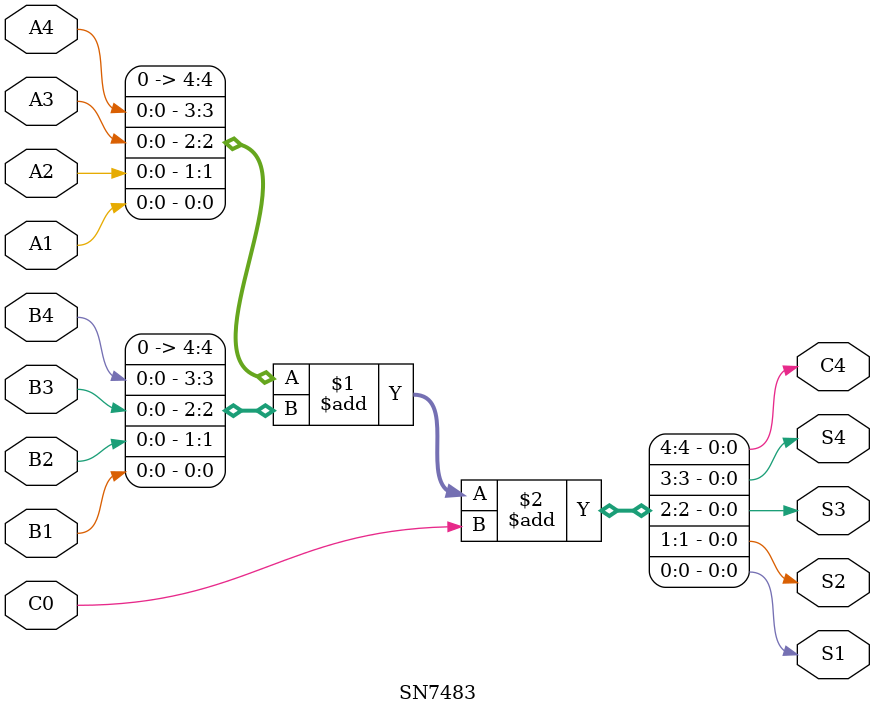
<source format=sv>
/*
 * SN7483 (4-bit binary full adder with fast carry)
 */
module SN7483(
  input   logic   A1, A2, A3, A4, // input A
  input   logic   B1, B2, B3, B4, // input B
  input   logic   C0,             // carry input
  output  logic   S1, S2, S3, S4, // sum output
  output  logic   C4              // carry output
);
  assign {C4, S4, S3, S2, S1} = {A4, A3, A2, A1} + {B4, B3, B2, B1} + C0;

endmodule
</source>
